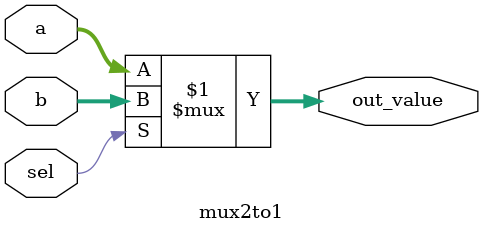
<source format=sv>
module mux2to1 #(
    parameter BIT_WIDTH = 16) (
    input  logic [BIT_WIDTH-1:0] a, b,
    input  logic                 sel,
    output logic [BIT_WIDTH-1:0] out_value
    );

    assign out_value = sel ? b : a;

endmodule
</source>
